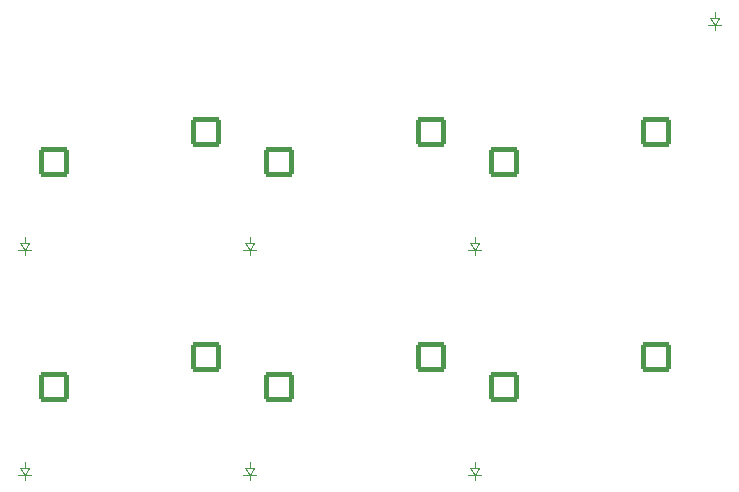
<source format=gbo>
G04 #@! TF.GenerationSoftware,KiCad,Pcbnew,9.0.2*
G04 #@! TF.CreationDate,2025-09-21T22:05:50-04:00*
G04 #@! TF.ProjectId,vWAN-macropad,7657414e-2d6d-4616-9372-6f7061642e6b,v1*
G04 #@! TF.SameCoordinates,Original*
G04 #@! TF.FileFunction,Legend,Bot*
G04 #@! TF.FilePolarity,Positive*
%FSLAX46Y46*%
G04 Gerber Fmt 4.6, Leading zero omitted, Abs format (unit mm)*
G04 Created by KiCad (PCBNEW 9.0.2) date 2025-09-21 22:05:50*
%MOMM*%
%LPD*%
G01*
G04 APERTURE LIST*
G04 Aperture macros list*
%AMRoundRect*
0 Rectangle with rounded corners*
0 $1 Rounding radius*
0 $2 $3 $4 $5 $6 $7 $8 $9 X,Y pos of 4 corners*
0 Add a 4 corners polygon primitive as box body*
4,1,4,$2,$3,$4,$5,$6,$7,$8,$9,$2,$3,0*
0 Add four circle primitives for the rounded corners*
1,1,$1+$1,$2,$3*
1,1,$1+$1,$4,$5*
1,1,$1+$1,$6,$7*
1,1,$1+$1,$8,$9*
0 Add four rect primitives between the rounded corners*
20,1,$1+$1,$2,$3,$4,$5,0*
20,1,$1+$1,$4,$5,$6,$7,0*
20,1,$1+$1,$6,$7,$8,$9,0*
20,1,$1+$1,$8,$9,$2,$3,0*%
G04 Aperture macros list end*
%ADD10C,0.100000*%
%ADD11C,2.200000*%
%ADD12C,1.600000*%
%ADD13R,1.700000X1.700000*%
%ADD14C,1.700000*%
%ADD15O,3.200000X2.000000*%
%ADD16R,2.000000X2.000000*%
%ADD17C,2.000000*%
%ADD18O,1.700000X1.700000*%
%ADD19C,1.701800*%
%ADD20C,3.000000*%
%ADD21C,3.987800*%
%ADD22RoundRect,0.200000X1.075000X1.050000X-1.075000X1.050000X-1.075000X-1.050000X1.075000X-1.050000X0*%
%ADD23R,1.600000X1.600000*%
%ADD24O,1.600000X1.600000*%
G04 APERTURE END LIST*
D10*
X166732000Y-108716000D02*
X167132000Y-109316000D01*
X167132000Y-108716000D02*
X167132000Y-108216000D01*
X167132000Y-109316000D02*
X167532000Y-108716000D01*
X167132000Y-109716000D02*
X167132000Y-109316000D01*
X167532000Y-108716000D02*
X166732000Y-108716000D01*
X167682000Y-109316000D02*
X166582000Y-109316000D01*
X128632000Y-127766000D02*
X129032000Y-128366000D01*
X129032000Y-127766000D02*
X129032000Y-127266000D01*
X129032000Y-128366000D02*
X129432000Y-127766000D01*
X129032000Y-128766000D02*
X129032000Y-128366000D01*
X129432000Y-127766000D02*
X128632000Y-127766000D01*
X129582000Y-128366000D02*
X128482000Y-128366000D01*
X128632000Y-108716000D02*
X129032000Y-109316000D01*
X129032000Y-108716000D02*
X129032000Y-108216000D01*
X129032000Y-109316000D02*
X129432000Y-108716000D01*
X129032000Y-109716000D02*
X129032000Y-109316000D01*
X129432000Y-108716000D02*
X128632000Y-108716000D01*
X129582000Y-109316000D02*
X128482000Y-109316000D01*
X147682000Y-127766000D02*
X148082000Y-128366000D01*
X148082000Y-127766000D02*
X148082000Y-127266000D01*
X148082000Y-128366000D02*
X148482000Y-127766000D01*
X148082000Y-128766000D02*
X148082000Y-128366000D01*
X148482000Y-127766000D02*
X147682000Y-127766000D01*
X148632000Y-128366000D02*
X147532000Y-128366000D01*
X147682000Y-108716000D02*
X148082000Y-109316000D01*
X148082000Y-108716000D02*
X148082000Y-108216000D01*
X148082000Y-109316000D02*
X148482000Y-108716000D01*
X148082000Y-109716000D02*
X148082000Y-109316000D01*
X148482000Y-108716000D02*
X147682000Y-108716000D01*
X148632000Y-109316000D02*
X147532000Y-109316000D01*
X166732000Y-127766000D02*
X167132000Y-128366000D01*
X167132000Y-127766000D02*
X167132000Y-127266000D01*
X167132000Y-128366000D02*
X167532000Y-127766000D01*
X167132000Y-128766000D02*
X167132000Y-128366000D01*
X167532000Y-127766000D02*
X166732000Y-127766000D01*
X167682000Y-128366000D02*
X166582000Y-128366000D01*
X187052000Y-89666000D02*
X187452000Y-90266000D01*
X187452000Y-89666000D02*
X187452000Y-89166000D01*
X187452000Y-90266000D02*
X187852000Y-89666000D01*
X187452000Y-90666000D02*
X187452000Y-90266000D01*
X187852000Y-89666000D02*
X187052000Y-89666000D01*
X188002000Y-90266000D02*
X186902000Y-90266000D01*
%LPC*%
D11*
X220266000Y-135557000D03*
D12*
X189357000Y-120142000D03*
X189357000Y-125142000D03*
D11*
X220266000Y-78438000D03*
D13*
X196088000Y-82169000D03*
D14*
X196088000Y-84709000D03*
X196088000Y-87249000D03*
X196088000Y-89789000D03*
X196088000Y-92329000D03*
X196088000Y-94869000D03*
X196088000Y-97409000D03*
X196088000Y-99949000D03*
X196088000Y-102489000D03*
X196088000Y-105029000D03*
X196088000Y-107569000D03*
X196088000Y-110109000D03*
X196088000Y-112649000D03*
X196088000Y-115189000D03*
X196088000Y-117729000D03*
X196088000Y-120269000D03*
X196088000Y-122809000D03*
X196088000Y-125349000D03*
X196088000Y-127889000D03*
X196088000Y-130429000D03*
X211328000Y-130429000D03*
X211328000Y-127889000D03*
X211328000Y-125349000D03*
X211328000Y-122809000D03*
X211328000Y-120269000D03*
X211328000Y-117729000D03*
X211328000Y-115189000D03*
X211328000Y-112649000D03*
X211328000Y-110109000D03*
X211328000Y-107569000D03*
X211328000Y-105029000D03*
X211328000Y-102489000D03*
X211328000Y-99949000D03*
X211328000Y-97409000D03*
X211328000Y-94869000D03*
X211328000Y-92329000D03*
X211328000Y-89789000D03*
X211328000Y-87249000D03*
X211328000Y-84709000D03*
X211328000Y-82169000D03*
X207520000Y-126618000D03*
X204980000Y-126618000D03*
X202440000Y-126618000D03*
X199900000Y-126618000D03*
D15*
X176657000Y-82030000D03*
X176657000Y-93230000D03*
D16*
X169157000Y-85130000D03*
D17*
X169157000Y-90130000D03*
X169157000Y-87630000D03*
X183657000Y-90130000D03*
X183657000Y-85130000D03*
D12*
X217805000Y-90337000D03*
X217805000Y-95337000D03*
X216789000Y-84729000D03*
X216789000Y-87229000D03*
D11*
X125428000Y-78438000D03*
D13*
X165481000Y-85069000D03*
D18*
X165481000Y-87609000D03*
X165481000Y-90149000D03*
X165481000Y-92689000D03*
D12*
X189357000Y-130068000D03*
X189357000Y-132568000D03*
D11*
X125428000Y-135557000D03*
D19*
X162687000Y-123444000D03*
D20*
X160147000Y-118364000D03*
D21*
X157607000Y-123444000D03*
D20*
X153797000Y-120904000D03*
D19*
X152527000Y-123444000D03*
D22*
X150522000Y-120904000D03*
X163449000Y-118364000D03*
D19*
X181737000Y-123444000D03*
D20*
X179197000Y-118364000D03*
D21*
X176657000Y-123444000D03*
D20*
X172847000Y-120904000D03*
D19*
X171577000Y-123444000D03*
D22*
X169572000Y-120904000D03*
X182499000Y-118364000D03*
D23*
X167132000Y-112776000D03*
D24*
X167132000Y-105156000D03*
D19*
X143637000Y-104394000D03*
D20*
X141097000Y-99314000D03*
D21*
X138557000Y-104394000D03*
D20*
X134747000Y-101854000D03*
D19*
X133477000Y-104394000D03*
D22*
X131472000Y-101854000D03*
X144399000Y-99314000D03*
D23*
X129032000Y-131826000D03*
D24*
X129032000Y-124206000D03*
D23*
X129032000Y-112776000D03*
D24*
X129032000Y-105156000D03*
D23*
X148082000Y-131826000D03*
D24*
X148082000Y-124206000D03*
D19*
X143637000Y-123444000D03*
D20*
X141097000Y-118364000D03*
D21*
X138557000Y-123444000D03*
D20*
X134747000Y-120904000D03*
D19*
X133477000Y-123444000D03*
D22*
X131472000Y-120904000D03*
X144399000Y-118364000D03*
D23*
X148082000Y-112776000D03*
D24*
X148082000Y-105156000D03*
D23*
X167132000Y-131826000D03*
D24*
X167132000Y-124206000D03*
D23*
X187452000Y-93726000D03*
D24*
X187452000Y-86106000D03*
D19*
X181737000Y-104394000D03*
D20*
X179197000Y-99314000D03*
D21*
X176657000Y-104394000D03*
D20*
X172847000Y-101854000D03*
D19*
X171577000Y-104394000D03*
D22*
X169572000Y-101854000D03*
X182499000Y-99314000D03*
D19*
X162687000Y-104394000D03*
D20*
X160147000Y-99314000D03*
D21*
X157607000Y-104394000D03*
D20*
X153797000Y-101854000D03*
D19*
X152527000Y-104394000D03*
D22*
X150522000Y-101854000D03*
X163449000Y-99314000D03*
%LPD*%
M02*

</source>
